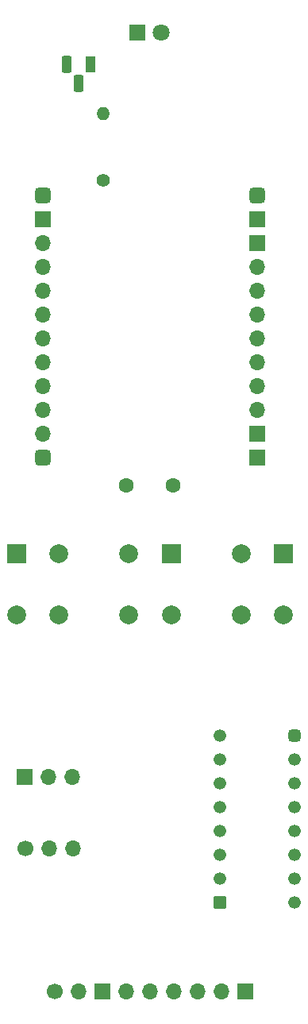
<source format=gbr>
%TF.GenerationSoftware,KiCad,Pcbnew,7.0.6-0*%
%TF.CreationDate,2024-06-02T11:06:43-07:00*%
%TF.ProjectId,s3,73332e6b-6963-4616-945f-706362585858,rev?*%
%TF.SameCoordinates,Original*%
%TF.FileFunction,Soldermask,Top*%
%TF.FilePolarity,Negative*%
%FSLAX46Y46*%
G04 Gerber Fmt 4.6, Leading zero omitted, Abs format (unit mm)*
G04 Created by KiCad (PCBNEW 7.0.6-0) date 2024-06-02 11:06:43*
%MOMM*%
%LPD*%
G01*
G04 APERTURE LIST*
G04 Aperture macros list*
%AMRoundRect*
0 Rectangle with rounded corners*
0 $1 Rounding radius*
0 $2 $3 $4 $5 $6 $7 $8 $9 X,Y pos of 4 corners*
0 Add a 4 corners polygon primitive as box body*
4,1,4,$2,$3,$4,$5,$6,$7,$8,$9,$2,$3,0*
0 Add four circle primitives for the rounded corners*
1,1,$1+$1,$2,$3*
1,1,$1+$1,$4,$5*
1,1,$1+$1,$6,$7*
1,1,$1+$1,$8,$9*
0 Add four rect primitives between the rounded corners*
20,1,$1+$1,$2,$3,$4,$5,0*
20,1,$1+$1,$4,$5,$6,$7,0*
20,1,$1+$1,$6,$7,$8,$9,0*
20,1,$1+$1,$8,$9,$2,$3,0*%
G04 Aperture macros list end*
%ADD10O,1.400000X1.400000*%
%ADD11C,1.400000*%
%ADD12C,1.700000*%
%ADD13O,1.700000X1.700000*%
%ADD14R,1.700000X1.700000*%
%ADD15C,2.000000*%
%ADD16R,2.000000X2.000000*%
%ADD17R,1.100000X1.800000*%
%ADD18RoundRect,0.275000X0.275000X0.625000X-0.275000X0.625000X-0.275000X-0.625000X0.275000X-0.625000X0*%
%ADD19RoundRect,0.384500X-0.282500X-0.282500X0.282500X-0.282500X0.282500X0.282500X-0.282500X0.282500X0*%
%ADD20C,1.334000*%
%ADD21RoundRect,0.102000X-0.565000X-0.565000X0.565000X-0.565000X0.565000X0.565000X-0.565000X0.565000X0*%
%ADD22C,1.600000*%
%ADD23R,1.800000X1.800000*%
%ADD24C,1.800000*%
%ADD25RoundRect,0.425000X-0.425000X-0.425000X0.425000X-0.425000X0.425000X0.425000X-0.425000X0.425000X0*%
G04 APERTURE END LIST*
D10*
%TO.C,470ohm*%
X205232000Y-56896000D03*
D11*
X205232000Y-64008000D03*
%TD*%
D12*
%TO.C,INMP441 2*%
X196917000Y-135225000D03*
D13*
X199457000Y-135225000D03*
X201997000Y-135225000D03*
%TD*%
D14*
%TO.C,ANO Rotary*%
X205105000Y-150495000D03*
X220345000Y-150495000D03*
D12*
X200025000Y-150495000D03*
D13*
X202565000Y-150495000D03*
X207645000Y-150495000D03*
X210185000Y-150495000D03*
X212725000Y-150495000D03*
X215265000Y-150495000D03*
X217805000Y-150495000D03*
%TD*%
D15*
%TO.C,SW6*%
X195986020Y-110335004D03*
D16*
X195986020Y-103835004D03*
D15*
X200486020Y-110335004D03*
X200486020Y-103835004D03*
%TD*%
D17*
%TO.C,NPN*%
X203835000Y-51670000D03*
D18*
X202565000Y-53740000D03*
X201295000Y-51670000D03*
%TD*%
D19*
%TO.C,PCF8574N*%
X225585000Y-123190000D03*
D20*
X217645000Y-123190000D03*
X217645000Y-125730000D03*
X217645000Y-128270000D03*
D21*
X217645000Y-140970000D03*
D20*
X225585000Y-130810000D03*
X217645000Y-130810000D03*
X217645000Y-133350000D03*
X217645000Y-135890000D03*
X217645000Y-138430000D03*
X225585000Y-140970000D03*
X225585000Y-138430000D03*
X225585000Y-135890000D03*
X225585000Y-133350000D03*
X225585000Y-128270000D03*
X225585000Y-125730000D03*
%TD*%
D15*
%TO.C,SW8*%
X219954436Y-110336007D03*
X219954436Y-103836007D03*
X224454436Y-110336007D03*
D16*
X224454436Y-103836007D03*
%TD*%
D22*
%TO.C,Cap*%
X207645000Y-96520000D03*
X212645000Y-96520000D03*
%TD*%
D23*
%TO.C,5MM IR*%
X208843066Y-48260000D03*
D24*
X211383066Y-48260000D03*
%TD*%
D15*
%TO.C,SW7*%
X207954436Y-110335525D03*
X207954436Y-103835525D03*
X212454436Y-110335525D03*
D16*
X212454436Y-103835525D03*
%TD*%
D13*
%TO.C,TDisplayS3*%
X198765756Y-70736891D03*
X198765756Y-73276891D03*
X198765756Y-75816891D03*
D25*
X198765756Y-65656891D03*
D13*
X198765756Y-78356891D03*
X198765756Y-80896891D03*
X198765756Y-83436891D03*
X198765756Y-85976891D03*
X198765756Y-88516891D03*
X198765756Y-91056891D03*
D25*
X198765756Y-93596891D03*
D14*
X198765756Y-68196891D03*
%TD*%
D25*
%TO.C,REF\u002A\u002A*%
X221625756Y-65657409D03*
D14*
X221625756Y-68197409D03*
X221625756Y-70737409D03*
D13*
X221625756Y-73277409D03*
X221625756Y-75817409D03*
X221625756Y-78357409D03*
X221625756Y-80897409D03*
X221625756Y-83437409D03*
X221625756Y-85977409D03*
X221625756Y-88517409D03*
D14*
X221625756Y-91057409D03*
X221625756Y-93597409D03*
%TD*%
%TO.C,INMP441*%
X196850000Y-127635000D03*
D13*
X199390000Y-127635000D03*
X201930000Y-127635000D03*
%TD*%
M02*

</source>
